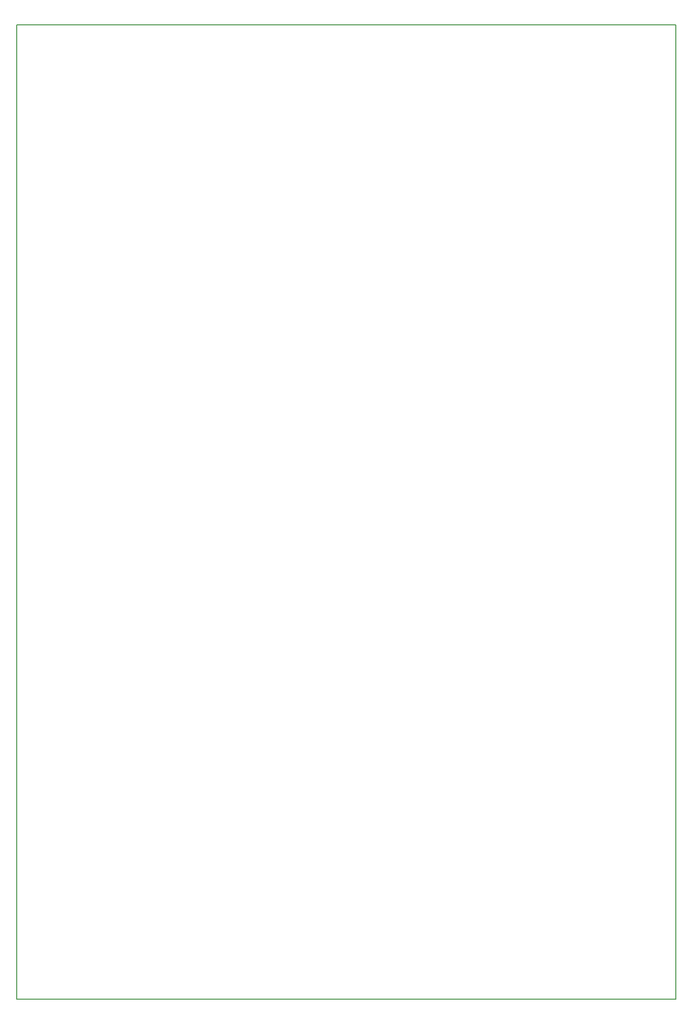
<source format=gbr>
G04 #@! TF.GenerationSoftware,KiCad,Pcbnew,5.0.2-bee76a0~70~ubuntu18.04.1*
G04 #@! TF.CreationDate,2020-02-25T15:21:58-05:00*
G04 #@! TF.ProjectId,led-display,6c65642d-6469-4737-906c-61792e6b6963,rev?*
G04 #@! TF.SameCoordinates,Original*
G04 #@! TF.FileFunction,Profile,NP*
%FSLAX46Y46*%
G04 Gerber Fmt 4.6, Leading zero omitted, Abs format (unit mm)*
G04 Created by KiCad (PCBNEW 5.0.2-bee76a0~70~ubuntu18.04.1) date Tue 25 Feb 2020 03:21:58 PM EST*
%MOMM*%
%LPD*%
G01*
G04 APERTURE LIST*
%ADD10C,0.150000*%
G04 APERTURE END LIST*
D10*
X153670000Y-194310000D02*
X36830000Y-194310000D01*
X153670000Y-21590000D02*
X153670000Y-194310000D01*
X36830000Y-21590000D02*
X153670000Y-21590000D01*
X36830000Y-194310000D02*
X36830000Y-21590000D01*
M02*

</source>
